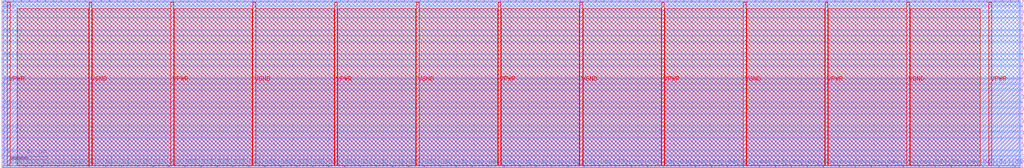
<source format=lef>
VERSION 5.7 ;
  NOWIREEXTENSIONATPIN ON ;
  DIVIDERCHAR "/" ;
  BUSBITCHARS "[]" ;
MACRO RAM32_1RW1R
  CLASS BLOCK ;
  FOREIGN RAM32_1RW1R ;
  ORIGIN 0.000 0.000 ;
  SIZE 1123.780 BY 185.440 ;
  PIN A0[0]
    DIRECTION INPUT ;
    USE SIGNAL ;
    PORT
      LAYER met3 ;
        RECT 1121.780 125.160 1123.780 125.760 ;
    END
  END A0[0]
  PIN A0[1]
    DIRECTION INPUT ;
    USE SIGNAL ;
    PORT
      LAYER met3 ;
        RECT 1121.780 138.760 1123.780 139.360 ;
    END
  END A0[1]
  PIN A0[2]
    DIRECTION INPUT ;
    USE SIGNAL ;
    PORT
      LAYER met3 ;
        RECT 1121.780 151.680 1123.780 152.280 ;
    END
  END A0[2]
  PIN A0[3]
    DIRECTION INPUT ;
    USE SIGNAL ;
    PORT
      LAYER met3 ;
        RECT 1121.780 165.280 1123.780 165.880 ;
    END
  END A0[3]
  PIN A0[4]
    DIRECTION INPUT ;
    USE SIGNAL ;
    PORT
      LAYER met3 ;
        RECT 1121.780 178.200 1123.780 178.800 ;
    END
  END A0[4]
  PIN A1[0]
    DIRECTION INPUT ;
    USE SIGNAL ;
    PORT
      LAYER met3 ;
        RECT 0.000 39.480 2.000 40.080 ;
    END
  END A1[0]
  PIN A1[1]
    DIRECTION INPUT ;
    USE SIGNAL ;
    PORT
      LAYER met3 ;
        RECT 0.000 66.000 2.000 66.600 ;
    END
  END A1[1]
  PIN A1[2]
    DIRECTION INPUT ;
    USE SIGNAL ;
    PORT
      LAYER met3 ;
        RECT 0.000 92.520 2.000 93.120 ;
    END
  END A1[2]
  PIN A1[3]
    DIRECTION INPUT ;
    USE SIGNAL ;
    PORT
      LAYER met3 ;
        RECT 0.000 119.040 2.000 119.640 ;
    END
  END A1[3]
  PIN A1[4]
    DIRECTION INPUT ;
    USE SIGNAL ;
    PORT
      LAYER met3 ;
        RECT 0.000 145.560 2.000 146.160 ;
    END
  END A1[4]
  PIN CLK
    DIRECTION INPUT ;
    USE SIGNAL ;
    PORT
      LAYER met3 ;
        RECT 0.000 12.960 2.000 13.560 ;
    END
  END CLK
  PIN Di0[0]
    DIRECTION INPUT ;
    USE SIGNAL ;
    PORT
      LAYER met2 ;
        RECT 8.830 0.000 9.110 2.000 ;
    END
  END Di0[0]
  PIN Di0[10]
    DIRECTION INPUT ;
    USE SIGNAL ;
    PORT
      LAYER met2 ;
        RECT 184.090 0.000 184.370 2.000 ;
    END
  END Di0[10]
  PIN Di0[11]
    DIRECTION INPUT ;
    USE SIGNAL ;
    PORT
      LAYER met2 ;
        RECT 201.570 0.000 201.850 2.000 ;
    END
  END Di0[11]
  PIN Di0[12]
    DIRECTION INPUT ;
    USE SIGNAL ;
    PORT
      LAYER met2 ;
        RECT 219.510 0.000 219.790 2.000 ;
    END
  END Di0[12]
  PIN Di0[13]
    DIRECTION INPUT ;
    USE SIGNAL ;
    PORT
      LAYER met2 ;
        RECT 236.990 0.000 237.270 2.000 ;
    END
  END Di0[13]
  PIN Di0[14]
    DIRECTION INPUT ;
    USE SIGNAL ;
    PORT
      LAYER met2 ;
        RECT 254.470 0.000 254.750 2.000 ;
    END
  END Di0[14]
  PIN Di0[15]
    DIRECTION INPUT ;
    USE SIGNAL ;
    PORT
      LAYER met2 ;
        RECT 271.950 0.000 272.230 2.000 ;
    END
  END Di0[15]
  PIN Di0[16]
    DIRECTION INPUT ;
    USE SIGNAL ;
    PORT
      LAYER met2 ;
        RECT 289.430 0.000 289.710 2.000 ;
    END
  END Di0[16]
  PIN Di0[17]
    DIRECTION INPUT ;
    USE SIGNAL ;
    PORT
      LAYER met2 ;
        RECT 306.910 0.000 307.190 2.000 ;
    END
  END Di0[17]
  PIN Di0[18]
    DIRECTION INPUT ;
    USE SIGNAL ;
    PORT
      LAYER met2 ;
        RECT 324.850 0.000 325.130 2.000 ;
    END
  END Di0[18]
  PIN Di0[19]
    DIRECTION INPUT ;
    USE SIGNAL ;
    PORT
      LAYER met2 ;
        RECT 342.330 0.000 342.610 2.000 ;
    END
  END Di0[19]
  PIN Di0[1]
    DIRECTION INPUT ;
    USE SIGNAL ;
    PORT
      LAYER met2 ;
        RECT 26.310 0.000 26.590 2.000 ;
    END
  END Di0[1]
  PIN Di0[20]
    DIRECTION INPUT ;
    USE SIGNAL ;
    PORT
      LAYER met2 ;
        RECT 359.810 0.000 360.090 2.000 ;
    END
  END Di0[20]
  PIN Di0[21]
    DIRECTION INPUT ;
    USE SIGNAL ;
    PORT
      LAYER met2 ;
        RECT 377.290 0.000 377.570 2.000 ;
    END
  END Di0[21]
  PIN Di0[22]
    DIRECTION INPUT ;
    USE SIGNAL ;
    PORT
      LAYER met2 ;
        RECT 394.770 0.000 395.050 2.000 ;
    END
  END Di0[22]
  PIN Di0[23]
    DIRECTION INPUT ;
    USE SIGNAL ;
    PORT
      LAYER met2 ;
        RECT 412.250 0.000 412.530 2.000 ;
    END
  END Di0[23]
  PIN Di0[24]
    DIRECTION INPUT ;
    USE SIGNAL ;
    PORT
      LAYER met2 ;
        RECT 430.190 0.000 430.470 2.000 ;
    END
  END Di0[24]
  PIN Di0[25]
    DIRECTION INPUT ;
    USE SIGNAL ;
    PORT
      LAYER met2 ;
        RECT 447.670 0.000 447.950 2.000 ;
    END
  END Di0[25]
  PIN Di0[26]
    DIRECTION INPUT ;
    USE SIGNAL ;
    PORT
      LAYER met2 ;
        RECT 465.150 0.000 465.430 2.000 ;
    END
  END Di0[26]
  PIN Di0[27]
    DIRECTION INPUT ;
    USE SIGNAL ;
    PORT
      LAYER met2 ;
        RECT 482.630 0.000 482.910 2.000 ;
    END
  END Di0[27]
  PIN Di0[28]
    DIRECTION INPUT ;
    USE SIGNAL ;
    PORT
      LAYER met2 ;
        RECT 500.110 0.000 500.390 2.000 ;
    END
  END Di0[28]
  PIN Di0[29]
    DIRECTION INPUT ;
    USE SIGNAL ;
    PORT
      LAYER met2 ;
        RECT 517.590 0.000 517.870 2.000 ;
    END
  END Di0[29]
  PIN Di0[2]
    DIRECTION INPUT ;
    USE SIGNAL ;
    PORT
      LAYER met2 ;
        RECT 43.790 0.000 44.070 2.000 ;
    END
  END Di0[2]
  PIN Di0[30]
    DIRECTION INPUT ;
    USE SIGNAL ;
    PORT
      LAYER met2 ;
        RECT 535.530 0.000 535.810 2.000 ;
    END
  END Di0[30]
  PIN Di0[31]
    DIRECTION INPUT ;
    USE SIGNAL ;
    PORT
      LAYER met2 ;
        RECT 553.010 0.000 553.290 2.000 ;
    END
  END Di0[31]
  PIN Di0[32]
    DIRECTION INPUT ;
    USE SIGNAL ;
    PORT
      LAYER met2 ;
        RECT 570.490 0.000 570.770 2.000 ;
    END
  END Di0[32]
  PIN Di0[33]
    DIRECTION INPUT ;
    USE SIGNAL ;
    PORT
      LAYER met2 ;
        RECT 587.970 0.000 588.250 2.000 ;
    END
  END Di0[33]
  PIN Di0[34]
    DIRECTION INPUT ;
    USE SIGNAL ;
    PORT
      LAYER met2 ;
        RECT 605.450 0.000 605.730 2.000 ;
    END
  END Di0[34]
  PIN Di0[35]
    DIRECTION INPUT ;
    USE SIGNAL ;
    PORT
      LAYER met2 ;
        RECT 623.390 0.000 623.670 2.000 ;
    END
  END Di0[35]
  PIN Di0[36]
    DIRECTION INPUT ;
    USE SIGNAL ;
    PORT
      LAYER met2 ;
        RECT 640.870 0.000 641.150 2.000 ;
    END
  END Di0[36]
  PIN Di0[37]
    DIRECTION INPUT ;
    USE SIGNAL ;
    PORT
      LAYER met2 ;
        RECT 658.350 0.000 658.630 2.000 ;
    END
  END Di0[37]
  PIN Di0[38]
    DIRECTION INPUT ;
    USE SIGNAL ;
    PORT
      LAYER met2 ;
        RECT 675.830 0.000 676.110 2.000 ;
    END
  END Di0[38]
  PIN Di0[39]
    DIRECTION INPUT ;
    USE SIGNAL ;
    PORT
      LAYER met2 ;
        RECT 693.310 0.000 693.590 2.000 ;
    END
  END Di0[39]
  PIN Di0[3]
    DIRECTION INPUT ;
    USE SIGNAL ;
    PORT
      LAYER met2 ;
        RECT 61.270 0.000 61.550 2.000 ;
    END
  END Di0[3]
  PIN Di0[40]
    DIRECTION INPUT ;
    USE SIGNAL ;
    PORT
      LAYER met2 ;
        RECT 710.790 0.000 711.070 2.000 ;
    END
  END Di0[40]
  PIN Di0[41]
    DIRECTION INPUT ;
    USE SIGNAL ;
    PORT
      LAYER met2 ;
        RECT 728.730 0.000 729.010 2.000 ;
    END
  END Di0[41]
  PIN Di0[42]
    DIRECTION INPUT ;
    USE SIGNAL ;
    PORT
      LAYER met2 ;
        RECT 746.210 0.000 746.490 2.000 ;
    END
  END Di0[42]
  PIN Di0[43]
    DIRECTION INPUT ;
    USE SIGNAL ;
    PORT
      LAYER met2 ;
        RECT 763.690 0.000 763.970 2.000 ;
    END
  END Di0[43]
  PIN Di0[44]
    DIRECTION INPUT ;
    USE SIGNAL ;
    PORT
      LAYER met2 ;
        RECT 781.170 0.000 781.450 2.000 ;
    END
  END Di0[44]
  PIN Di0[45]
    DIRECTION INPUT ;
    USE SIGNAL ;
    PORT
      LAYER met2 ;
        RECT 798.650 0.000 798.930 2.000 ;
    END
  END Di0[45]
  PIN Di0[46]
    DIRECTION INPUT ;
    USE SIGNAL ;
    PORT
      LAYER met2 ;
        RECT 816.130 0.000 816.410 2.000 ;
    END
  END Di0[46]
  PIN Di0[47]
    DIRECTION INPUT ;
    USE SIGNAL ;
    PORT
      LAYER met2 ;
        RECT 834.070 0.000 834.350 2.000 ;
    END
  END Di0[47]
  PIN Di0[48]
    DIRECTION INPUT ;
    USE SIGNAL ;
    PORT
      LAYER met2 ;
        RECT 851.550 0.000 851.830 2.000 ;
    END
  END Di0[48]
  PIN Di0[49]
    DIRECTION INPUT ;
    USE SIGNAL ;
    PORT
      LAYER met2 ;
        RECT 869.030 0.000 869.310 2.000 ;
    END
  END Di0[49]
  PIN Di0[4]
    DIRECTION INPUT ;
    USE SIGNAL ;
    PORT
      LAYER met2 ;
        RECT 78.750 0.000 79.030 2.000 ;
    END
  END Di0[4]
  PIN Di0[50]
    DIRECTION INPUT ;
    USE SIGNAL ;
    PORT
      LAYER met2 ;
        RECT 886.510 0.000 886.790 2.000 ;
    END
  END Di0[50]
  PIN Di0[51]
    DIRECTION INPUT ;
    USE SIGNAL ;
    PORT
      LAYER met2 ;
        RECT 903.990 0.000 904.270 2.000 ;
    END
  END Di0[51]
  PIN Di0[52]
    DIRECTION INPUT ;
    USE SIGNAL ;
    PORT
      LAYER met2 ;
        RECT 921.470 0.000 921.750 2.000 ;
    END
  END Di0[52]
  PIN Di0[53]
    DIRECTION INPUT ;
    USE SIGNAL ;
    PORT
      LAYER met2 ;
        RECT 939.410 0.000 939.690 2.000 ;
    END
  END Di0[53]
  PIN Di0[54]
    DIRECTION INPUT ;
    USE SIGNAL ;
    PORT
      LAYER met2 ;
        RECT 956.890 0.000 957.170 2.000 ;
    END
  END Di0[54]
  PIN Di0[55]
    DIRECTION INPUT ;
    USE SIGNAL ;
    PORT
      LAYER met2 ;
        RECT 974.370 0.000 974.650 2.000 ;
    END
  END Di0[55]
  PIN Di0[56]
    DIRECTION INPUT ;
    USE SIGNAL ;
    PORT
      LAYER met2 ;
        RECT 991.850 0.000 992.130 2.000 ;
    END
  END Di0[56]
  PIN Di0[57]
    DIRECTION INPUT ;
    USE SIGNAL ;
    PORT
      LAYER met2 ;
        RECT 1009.330 0.000 1009.610 2.000 ;
    END
  END Di0[57]
  PIN Di0[58]
    DIRECTION INPUT ;
    USE SIGNAL ;
    PORT
      LAYER met2 ;
        RECT 1026.810 0.000 1027.090 2.000 ;
    END
  END Di0[58]
  PIN Di0[59]
    DIRECTION INPUT ;
    USE SIGNAL ;
    PORT
      LAYER met2 ;
        RECT 1044.750 0.000 1045.030 2.000 ;
    END
  END Di0[59]
  PIN Di0[5]
    DIRECTION INPUT ;
    USE SIGNAL ;
    PORT
      LAYER met2 ;
        RECT 96.230 0.000 96.510 2.000 ;
    END
  END Di0[5]
  PIN Di0[60]
    DIRECTION INPUT ;
    USE SIGNAL ;
    PORT
      LAYER met2 ;
        RECT 1062.230 0.000 1062.510 2.000 ;
    END
  END Di0[60]
  PIN Di0[61]
    DIRECTION INPUT ;
    USE SIGNAL ;
    PORT
      LAYER met2 ;
        RECT 1079.710 0.000 1079.990 2.000 ;
    END
  END Di0[61]
  PIN Di0[62]
    DIRECTION INPUT ;
    USE SIGNAL ;
    PORT
      LAYER met2 ;
        RECT 1097.190 0.000 1097.470 2.000 ;
    END
  END Di0[62]
  PIN Di0[63]
    DIRECTION INPUT ;
    USE SIGNAL ;
    PORT
      LAYER met2 ;
        RECT 1114.670 0.000 1114.950 2.000 ;
    END
  END Di0[63]
  PIN Di0[6]
    DIRECTION INPUT ;
    USE SIGNAL ;
    PORT
      LAYER met2 ;
        RECT 114.170 0.000 114.450 2.000 ;
    END
  END Di0[6]
  PIN Di0[7]
    DIRECTION INPUT ;
    USE SIGNAL ;
    PORT
      LAYER met2 ;
        RECT 131.650 0.000 131.930 2.000 ;
    END
  END Di0[7]
  PIN Di0[8]
    DIRECTION INPUT ;
    USE SIGNAL ;
    PORT
      LAYER met2 ;
        RECT 149.130 0.000 149.410 2.000 ;
    END
  END Di0[8]
  PIN Di0[9]
    DIRECTION INPUT ;
    USE SIGNAL ;
    PORT
      LAYER met2 ;
        RECT 166.610 0.000 166.890 2.000 ;
    END
  END Di0[9]
  PIN Do0[0]
    DIRECTION OUTPUT TRISTATE ;
    USE SIGNAL ;
    PORT
      LAYER met2 ;
        RECT 4.230 183.440 4.510 185.440 ;
    END
  END Do0[0]
  PIN Do0[10]
    DIRECTION OUTPUT TRISTATE ;
    USE SIGNAL ;
    PORT
      LAYER met2 ;
        RECT 91.630 183.440 91.910 185.440 ;
    END
  END Do0[10]
  PIN Do0[11]
    DIRECTION OUTPUT TRISTATE ;
    USE SIGNAL ;
    PORT
      LAYER met2 ;
        RECT 109.570 183.440 109.850 185.440 ;
    END
  END Do0[11]
  PIN Do0[12]
    DIRECTION OUTPUT TRISTATE ;
    USE SIGNAL ;
    PORT
      LAYER met2 ;
        RECT 127.050 183.440 127.330 185.440 ;
    END
  END Do0[12]
  PIN Do0[13]
    DIRECTION OUTPUT TRISTATE ;
    USE SIGNAL ;
    PORT
      LAYER met2 ;
        RECT 144.530 183.440 144.810 185.440 ;
    END
  END Do0[13]
  PIN Do0[14]
    DIRECTION OUTPUT TRISTATE ;
    USE SIGNAL ;
    PORT
      LAYER met2 ;
        RECT 162.010 183.440 162.290 185.440 ;
    END
  END Do0[14]
  PIN Do0[15]
    DIRECTION OUTPUT TRISTATE ;
    USE SIGNAL ;
    PORT
      LAYER met2 ;
        RECT 179.490 183.440 179.770 185.440 ;
    END
  END Do0[15]
  PIN Do0[16]
    DIRECTION OUTPUT TRISTATE ;
    USE SIGNAL ;
    PORT
      LAYER met2 ;
        RECT 196.970 183.440 197.250 185.440 ;
    END
  END Do0[16]
  PIN Do0[17]
    DIRECTION OUTPUT TRISTATE ;
    USE SIGNAL ;
    PORT
      LAYER met2 ;
        RECT 214.910 183.440 215.190 185.440 ;
    END
  END Do0[17]
  PIN Do0[18]
    DIRECTION OUTPUT TRISTATE ;
    USE SIGNAL ;
    PORT
      LAYER met2 ;
        RECT 232.390 183.440 232.670 185.440 ;
    END
  END Do0[18]
  PIN Do0[19]
    DIRECTION OUTPUT TRISTATE ;
    USE SIGNAL ;
    PORT
      LAYER met2 ;
        RECT 249.870 183.440 250.150 185.440 ;
    END
  END Do0[19]
  PIN Do0[1]
    DIRECTION OUTPUT TRISTATE ;
    USE SIGNAL ;
    PORT
      LAYER met2 ;
        RECT 12.970 183.440 13.250 185.440 ;
    END
  END Do0[1]
  PIN Do0[20]
    DIRECTION OUTPUT TRISTATE ;
    USE SIGNAL ;
    PORT
      LAYER met2 ;
        RECT 267.350 183.440 267.630 185.440 ;
    END
  END Do0[20]
  PIN Do0[21]
    DIRECTION OUTPUT TRISTATE ;
    USE SIGNAL ;
    PORT
      LAYER met2 ;
        RECT 276.090 183.440 276.370 185.440 ;
    END
  END Do0[21]
  PIN Do0[22]
    DIRECTION OUTPUT TRISTATE ;
    USE SIGNAL ;
    PORT
      LAYER met2 ;
        RECT 284.830 183.440 285.110 185.440 ;
    END
  END Do0[22]
  PIN Do0[23]
    DIRECTION OUTPUT TRISTATE ;
    USE SIGNAL ;
    PORT
      LAYER met2 ;
        RECT 293.570 183.440 293.850 185.440 ;
    END
  END Do0[23]
  PIN Do0[24]
    DIRECTION OUTPUT TRISTATE ;
    USE SIGNAL ;
    PORT
      LAYER met2 ;
        RECT 302.310 183.440 302.590 185.440 ;
    END
  END Do0[24]
  PIN Do0[25]
    DIRECTION OUTPUT TRISTATE ;
    USE SIGNAL ;
    PORT
      LAYER met2 ;
        RECT 311.510 183.440 311.790 185.440 ;
    END
  END Do0[25]
  PIN Do0[26]
    DIRECTION OUTPUT TRISTATE ;
    USE SIGNAL ;
    PORT
      LAYER met2 ;
        RECT 320.250 183.440 320.530 185.440 ;
    END
  END Do0[26]
  PIN Do0[27]
    DIRECTION OUTPUT TRISTATE ;
    USE SIGNAL ;
    PORT
      LAYER met2 ;
        RECT 328.990 183.440 329.270 185.440 ;
    END
  END Do0[27]
  PIN Do0[28]
    DIRECTION OUTPUT TRISTATE ;
    USE SIGNAL ;
    PORT
      LAYER met2 ;
        RECT 337.730 183.440 338.010 185.440 ;
    END
  END Do0[28]
  PIN Do0[29]
    DIRECTION OUTPUT TRISTATE ;
    USE SIGNAL ;
    PORT
      LAYER met2 ;
        RECT 346.470 183.440 346.750 185.440 ;
    END
  END Do0[29]
  PIN Do0[2]
    DIRECTION OUTPUT TRISTATE ;
    USE SIGNAL ;
    PORT
      LAYER met2 ;
        RECT 21.710 183.440 21.990 185.440 ;
    END
  END Do0[2]
  PIN Do0[30]
    DIRECTION OUTPUT TRISTATE ;
    USE SIGNAL ;
    PORT
      LAYER met2 ;
        RECT 355.210 183.440 355.490 185.440 ;
    END
  END Do0[30]
  PIN Do0[31]
    DIRECTION OUTPUT TRISTATE ;
    USE SIGNAL ;
    PORT
      LAYER met2 ;
        RECT 363.950 183.440 364.230 185.440 ;
    END
  END Do0[31]
  PIN Do0[32]
    DIRECTION OUTPUT TRISTATE ;
    USE SIGNAL ;
    PORT
      LAYER met2 ;
        RECT 372.690 183.440 372.970 185.440 ;
    END
  END Do0[32]
  PIN Do0[33]
    DIRECTION OUTPUT TRISTATE ;
    USE SIGNAL ;
    PORT
      LAYER met2 ;
        RECT 381.430 183.440 381.710 185.440 ;
    END
  END Do0[33]
  PIN Do0[34]
    DIRECTION OUTPUT TRISTATE ;
    USE SIGNAL ;
    PORT
      LAYER met2 ;
        RECT 390.170 183.440 390.450 185.440 ;
    END
  END Do0[34]
  PIN Do0[35]
    DIRECTION OUTPUT TRISTATE ;
    USE SIGNAL ;
    PORT
      LAYER met2 ;
        RECT 398.910 183.440 399.190 185.440 ;
    END
  END Do0[35]
  PIN Do0[36]
    DIRECTION OUTPUT TRISTATE ;
    USE SIGNAL ;
    PORT
      LAYER met2 ;
        RECT 407.650 183.440 407.930 185.440 ;
    END
  END Do0[36]
  PIN Do0[37]
    DIRECTION OUTPUT TRISTATE ;
    USE SIGNAL ;
    PORT
      LAYER met2 ;
        RECT 416.850 183.440 417.130 185.440 ;
    END
  END Do0[37]
  PIN Do0[38]
    DIRECTION OUTPUT TRISTATE ;
    USE SIGNAL ;
    PORT
      LAYER met2 ;
        RECT 425.590 183.440 425.870 185.440 ;
    END
  END Do0[38]
  PIN Do0[39]
    DIRECTION OUTPUT TRISTATE ;
    USE SIGNAL ;
    PORT
      LAYER met2 ;
        RECT 434.330 183.440 434.610 185.440 ;
    END
  END Do0[39]
  PIN Do0[3]
    DIRECTION OUTPUT TRISTATE ;
    USE SIGNAL ;
    PORT
      LAYER met2 ;
        RECT 30.450 183.440 30.730 185.440 ;
    END
  END Do0[3]
  PIN Do0[40]
    DIRECTION OUTPUT TRISTATE ;
    USE SIGNAL ;
    PORT
      LAYER met2 ;
        RECT 443.070 183.440 443.350 185.440 ;
    END
  END Do0[40]
  PIN Do0[41]
    DIRECTION OUTPUT TRISTATE ;
    USE SIGNAL ;
    PORT
      LAYER met2 ;
        RECT 451.810 183.440 452.090 185.440 ;
    END
  END Do0[41]
  PIN Do0[42]
    DIRECTION OUTPUT TRISTATE ;
    USE SIGNAL ;
    PORT
      LAYER met2 ;
        RECT 460.550 183.440 460.830 185.440 ;
    END
  END Do0[42]
  PIN Do0[43]
    DIRECTION OUTPUT TRISTATE ;
    USE SIGNAL ;
    PORT
      LAYER met2 ;
        RECT 469.290 183.440 469.570 185.440 ;
    END
  END Do0[43]
  PIN Do0[44]
    DIRECTION OUTPUT TRISTATE ;
    USE SIGNAL ;
    PORT
      LAYER met2 ;
        RECT 478.030 183.440 478.310 185.440 ;
    END
  END Do0[44]
  PIN Do0[45]
    DIRECTION OUTPUT TRISTATE ;
    USE SIGNAL ;
    PORT
      LAYER met2 ;
        RECT 486.770 183.440 487.050 185.440 ;
    END
  END Do0[45]
  PIN Do0[46]
    DIRECTION OUTPUT TRISTATE ;
    USE SIGNAL ;
    PORT
      LAYER met2 ;
        RECT 495.510 183.440 495.790 185.440 ;
    END
  END Do0[46]
  PIN Do0[47]
    DIRECTION OUTPUT TRISTATE ;
    USE SIGNAL ;
    PORT
      LAYER met2 ;
        RECT 504.250 183.440 504.530 185.440 ;
    END
  END Do0[47]
  PIN Do0[48]
    DIRECTION OUTPUT TRISTATE ;
    USE SIGNAL ;
    PORT
      LAYER met2 ;
        RECT 512.990 183.440 513.270 185.440 ;
    END
  END Do0[48]
  PIN Do0[49]
    DIRECTION OUTPUT TRISTATE ;
    USE SIGNAL ;
    PORT
      LAYER met2 ;
        RECT 522.190 183.440 522.470 185.440 ;
    END
  END Do0[49]
  PIN Do0[4]
    DIRECTION OUTPUT TRISTATE ;
    USE SIGNAL ;
    PORT
      LAYER met2 ;
        RECT 39.190 183.440 39.470 185.440 ;
    END
  END Do0[4]
  PIN Do0[50]
    DIRECTION OUTPUT TRISTATE ;
    USE SIGNAL ;
    PORT
      LAYER met2 ;
        RECT 530.930 183.440 531.210 185.440 ;
    END
  END Do0[50]
  PIN Do0[51]
    DIRECTION OUTPUT TRISTATE ;
    USE SIGNAL ;
    PORT
      LAYER met2 ;
        RECT 539.670 183.440 539.950 185.440 ;
    END
  END Do0[51]
  PIN Do0[52]
    DIRECTION OUTPUT TRISTATE ;
    USE SIGNAL ;
    PORT
      LAYER met2 ;
        RECT 548.410 183.440 548.690 185.440 ;
    END
  END Do0[52]
  PIN Do0[53]
    DIRECTION OUTPUT TRISTATE ;
    USE SIGNAL ;
    PORT
      LAYER met2 ;
        RECT 557.150 183.440 557.430 185.440 ;
    END
  END Do0[53]
  PIN Do0[54]
    DIRECTION OUTPUT TRISTATE ;
    USE SIGNAL ;
    PORT
      LAYER met2 ;
        RECT 565.890 183.440 566.170 185.440 ;
    END
  END Do0[54]
  PIN Do0[55]
    DIRECTION OUTPUT TRISTATE ;
    USE SIGNAL ;
    PORT
      LAYER met2 ;
        RECT 574.630 183.440 574.910 185.440 ;
    END
  END Do0[55]
  PIN Do0[56]
    DIRECTION OUTPUT TRISTATE ;
    USE SIGNAL ;
    PORT
      LAYER met2 ;
        RECT 583.370 183.440 583.650 185.440 ;
    END
  END Do0[56]
  PIN Do0[57]
    DIRECTION OUTPUT TRISTATE ;
    USE SIGNAL ;
    PORT
      LAYER met2 ;
        RECT 592.110 183.440 592.390 185.440 ;
    END
  END Do0[57]
  PIN Do0[58]
    DIRECTION OUTPUT TRISTATE ;
    USE SIGNAL ;
    PORT
      LAYER met2 ;
        RECT 600.850 183.440 601.130 185.440 ;
    END
  END Do0[58]
  PIN Do0[59]
    DIRECTION OUTPUT TRISTATE ;
    USE SIGNAL ;
    PORT
      LAYER met2 ;
        RECT 609.590 183.440 609.870 185.440 ;
    END
  END Do0[59]
  PIN Do0[5]
    DIRECTION OUTPUT TRISTATE ;
    USE SIGNAL ;
    PORT
      LAYER met2 ;
        RECT 47.930 183.440 48.210 185.440 ;
    END
  END Do0[5]
  PIN Do0[60]
    DIRECTION OUTPUT TRISTATE ;
    USE SIGNAL ;
    PORT
      LAYER met2 ;
        RECT 618.790 183.440 619.070 185.440 ;
    END
  END Do0[60]
  PIN Do0[61]
    DIRECTION OUTPUT TRISTATE ;
    USE SIGNAL ;
    PORT
      LAYER met2 ;
        RECT 627.530 183.440 627.810 185.440 ;
    END
  END Do0[61]
  PIN Do0[62]
    DIRECTION OUTPUT TRISTATE ;
    USE SIGNAL ;
    PORT
      LAYER met2 ;
        RECT 636.270 183.440 636.550 185.440 ;
    END
  END Do0[62]
  PIN Do0[63]
    DIRECTION OUTPUT TRISTATE ;
    USE SIGNAL ;
    PORT
      LAYER met2 ;
        RECT 645.010 183.440 645.290 185.440 ;
    END
  END Do0[63]
  PIN Do0[6]
    DIRECTION OUTPUT TRISTATE ;
    USE SIGNAL ;
    PORT
      LAYER met2 ;
        RECT 56.670 183.440 56.950 185.440 ;
    END
  END Do0[6]
  PIN Do0[7]
    DIRECTION OUTPUT TRISTATE ;
    USE SIGNAL ;
    PORT
      LAYER met2 ;
        RECT 65.410 183.440 65.690 185.440 ;
    END
  END Do0[7]
  PIN Do0[8]
    DIRECTION OUTPUT TRISTATE ;
    USE SIGNAL ;
    PORT
      LAYER met2 ;
        RECT 74.150 183.440 74.430 185.440 ;
    END
  END Do0[8]
  PIN Do0[9]
    DIRECTION OUTPUT TRISTATE ;
    USE SIGNAL ;
    PORT
      LAYER met2 ;
        RECT 82.890 183.440 83.170 185.440 ;
    END
  END Do0[9]
  PIN Do1[0]
    DIRECTION OUTPUT TRISTATE ;
    USE SIGNAL ;
    PORT
      LAYER met2 ;
        RECT 100.370 183.440 100.650 185.440 ;
    END
  END Do1[0]
  PIN Do1[10]
    DIRECTION OUTPUT TRISTATE ;
    USE SIGNAL ;
    PORT
      LAYER met2 ;
        RECT 653.750 183.440 654.030 185.440 ;
    END
  END Do1[10]
  PIN Do1[11]
    DIRECTION OUTPUT TRISTATE ;
    USE SIGNAL ;
    PORT
      LAYER met2 ;
        RECT 662.490 183.440 662.770 185.440 ;
    END
  END Do1[11]
  PIN Do1[12]
    DIRECTION OUTPUT TRISTATE ;
    USE SIGNAL ;
    PORT
      LAYER met2 ;
        RECT 671.230 183.440 671.510 185.440 ;
    END
  END Do1[12]
  PIN Do1[13]
    DIRECTION OUTPUT TRISTATE ;
    USE SIGNAL ;
    PORT
      LAYER met2 ;
        RECT 679.970 183.440 680.250 185.440 ;
    END
  END Do1[13]
  PIN Do1[14]
    DIRECTION OUTPUT TRISTATE ;
    USE SIGNAL ;
    PORT
      LAYER met2 ;
        RECT 688.710 183.440 688.990 185.440 ;
    END
  END Do1[14]
  PIN Do1[15]
    DIRECTION OUTPUT TRISTATE ;
    USE SIGNAL ;
    PORT
      LAYER met2 ;
        RECT 697.450 183.440 697.730 185.440 ;
    END
  END Do1[15]
  PIN Do1[16]
    DIRECTION OUTPUT TRISTATE ;
    USE SIGNAL ;
    PORT
      LAYER met2 ;
        RECT 706.190 183.440 706.470 185.440 ;
    END
  END Do1[16]
  PIN Do1[17]
    DIRECTION OUTPUT TRISTATE ;
    USE SIGNAL ;
    PORT
      LAYER met2 ;
        RECT 714.930 183.440 715.210 185.440 ;
    END
  END Do1[17]
  PIN Do1[18]
    DIRECTION OUTPUT TRISTATE ;
    USE SIGNAL ;
    PORT
      LAYER met2 ;
        RECT 724.130 183.440 724.410 185.440 ;
    END
  END Do1[18]
  PIN Do1[19]
    DIRECTION OUTPUT TRISTATE ;
    USE SIGNAL ;
    PORT
      LAYER met2 ;
        RECT 732.870 183.440 733.150 185.440 ;
    END
  END Do1[19]
  PIN Do1[1]
    DIRECTION OUTPUT TRISTATE ;
    USE SIGNAL ;
    PORT
      LAYER met2 ;
        RECT 118.310 183.440 118.590 185.440 ;
    END
  END Do1[1]
  PIN Do1[20]
    DIRECTION OUTPUT TRISTATE ;
    USE SIGNAL ;
    PORT
      LAYER met2 ;
        RECT 741.610 183.440 741.890 185.440 ;
    END
  END Do1[20]
  PIN Do1[21]
    DIRECTION OUTPUT TRISTATE ;
    USE SIGNAL ;
    PORT
      LAYER met2 ;
        RECT 750.350 183.440 750.630 185.440 ;
    END
  END Do1[21]
  PIN Do1[22]
    DIRECTION OUTPUT TRISTATE ;
    USE SIGNAL ;
    PORT
      LAYER met2 ;
        RECT 759.090 183.440 759.370 185.440 ;
    END
  END Do1[22]
  PIN Do1[23]
    DIRECTION OUTPUT TRISTATE ;
    USE SIGNAL ;
    PORT
      LAYER met2 ;
        RECT 767.830 183.440 768.110 185.440 ;
    END
  END Do1[23]
  PIN Do1[24]
    DIRECTION OUTPUT TRISTATE ;
    USE SIGNAL ;
    PORT
      LAYER met2 ;
        RECT 776.570 183.440 776.850 185.440 ;
    END
  END Do1[24]
  PIN Do1[25]
    DIRECTION OUTPUT TRISTATE ;
    USE SIGNAL ;
    PORT
      LAYER met2 ;
        RECT 785.310 183.440 785.590 185.440 ;
    END
  END Do1[25]
  PIN Do1[26]
    DIRECTION OUTPUT TRISTATE ;
    USE SIGNAL ;
    PORT
      LAYER met2 ;
        RECT 794.050 183.440 794.330 185.440 ;
    END
  END Do1[26]
  PIN Do1[27]
    DIRECTION OUTPUT TRISTATE ;
    USE SIGNAL ;
    PORT
      LAYER met2 ;
        RECT 802.790 183.440 803.070 185.440 ;
    END
  END Do1[27]
  PIN Do1[28]
    DIRECTION OUTPUT TRISTATE ;
    USE SIGNAL ;
    PORT
      LAYER met2 ;
        RECT 811.530 183.440 811.810 185.440 ;
    END
  END Do1[28]
  PIN Do1[29]
    DIRECTION OUTPUT TRISTATE ;
    USE SIGNAL ;
    PORT
      LAYER met2 ;
        RECT 820.270 183.440 820.550 185.440 ;
    END
  END Do1[29]
  PIN Do1[2]
    DIRECTION OUTPUT TRISTATE ;
    USE SIGNAL ;
    PORT
      LAYER met2 ;
        RECT 135.790 183.440 136.070 185.440 ;
    END
  END Do1[2]
  PIN Do1[30]
    DIRECTION OUTPUT TRISTATE ;
    USE SIGNAL ;
    PORT
      LAYER met2 ;
        RECT 829.470 183.440 829.750 185.440 ;
    END
  END Do1[30]
  PIN Do1[31]
    DIRECTION OUTPUT TRISTATE ;
    USE SIGNAL ;
    PORT
      LAYER met2 ;
        RECT 838.210 183.440 838.490 185.440 ;
    END
  END Do1[31]
  PIN Do1[32]
    DIRECTION OUTPUT TRISTATE ;
    USE SIGNAL ;
    PORT
      LAYER met2 ;
        RECT 846.950 183.440 847.230 185.440 ;
    END
  END Do1[32]
  PIN Do1[33]
    DIRECTION OUTPUT TRISTATE ;
    USE SIGNAL ;
    PORT
      LAYER met2 ;
        RECT 855.690 183.440 855.970 185.440 ;
    END
  END Do1[33]
  PIN Do1[34]
    DIRECTION OUTPUT TRISTATE ;
    USE SIGNAL ;
    PORT
      LAYER met2 ;
        RECT 864.430 183.440 864.710 185.440 ;
    END
  END Do1[34]
  PIN Do1[35]
    DIRECTION OUTPUT TRISTATE ;
    USE SIGNAL ;
    PORT
      LAYER met2 ;
        RECT 873.170 183.440 873.450 185.440 ;
    END
  END Do1[35]
  PIN Do1[36]
    DIRECTION OUTPUT TRISTATE ;
    USE SIGNAL ;
    PORT
      LAYER met2 ;
        RECT 881.910 183.440 882.190 185.440 ;
    END
  END Do1[36]
  PIN Do1[37]
    DIRECTION OUTPUT TRISTATE ;
    USE SIGNAL ;
    PORT
      LAYER met2 ;
        RECT 890.650 183.440 890.930 185.440 ;
    END
  END Do1[37]
  PIN Do1[38]
    DIRECTION OUTPUT TRISTATE ;
    USE SIGNAL ;
    PORT
      LAYER met2 ;
        RECT 899.390 183.440 899.670 185.440 ;
    END
  END Do1[38]
  PIN Do1[39]
    DIRECTION OUTPUT TRISTATE ;
    USE SIGNAL ;
    PORT
      LAYER met2 ;
        RECT 908.130 183.440 908.410 185.440 ;
    END
  END Do1[39]
  PIN Do1[3]
    DIRECTION OUTPUT TRISTATE ;
    USE SIGNAL ;
    PORT
      LAYER met2 ;
        RECT 153.270 183.440 153.550 185.440 ;
    END
  END Do1[3]
  PIN Do1[40]
    DIRECTION OUTPUT TRISTATE ;
    USE SIGNAL ;
    PORT
      LAYER met2 ;
        RECT 916.870 183.440 917.150 185.440 ;
    END
  END Do1[40]
  PIN Do1[41]
    DIRECTION OUTPUT TRISTATE ;
    USE SIGNAL ;
    PORT
      LAYER met2 ;
        RECT 926.070 183.440 926.350 185.440 ;
    END
  END Do1[41]
  PIN Do1[42]
    DIRECTION OUTPUT TRISTATE ;
    USE SIGNAL ;
    PORT
      LAYER met2 ;
        RECT 934.810 183.440 935.090 185.440 ;
    END
  END Do1[42]
  PIN Do1[43]
    DIRECTION OUTPUT TRISTATE ;
    USE SIGNAL ;
    PORT
      LAYER met2 ;
        RECT 943.550 183.440 943.830 185.440 ;
    END
  END Do1[43]
  PIN Do1[44]
    DIRECTION OUTPUT TRISTATE ;
    USE SIGNAL ;
    PORT
      LAYER met2 ;
        RECT 952.290 183.440 952.570 185.440 ;
    END
  END Do1[44]
  PIN Do1[45]
    DIRECTION OUTPUT TRISTATE ;
    USE SIGNAL ;
    PORT
      LAYER met2 ;
        RECT 961.030 183.440 961.310 185.440 ;
    END
  END Do1[45]
  PIN Do1[46]
    DIRECTION OUTPUT TRISTATE ;
    USE SIGNAL ;
    PORT
      LAYER met2 ;
        RECT 969.770 183.440 970.050 185.440 ;
    END
  END Do1[46]
  PIN Do1[47]
    DIRECTION OUTPUT TRISTATE ;
    USE SIGNAL ;
    PORT
      LAYER met2 ;
        RECT 978.510 183.440 978.790 185.440 ;
    END
  END Do1[47]
  PIN Do1[48]
    DIRECTION OUTPUT TRISTATE ;
    USE SIGNAL ;
    PORT
      LAYER met2 ;
        RECT 987.250 183.440 987.530 185.440 ;
    END
  END Do1[48]
  PIN Do1[49]
    DIRECTION OUTPUT TRISTATE ;
    USE SIGNAL ;
    PORT
      LAYER met2 ;
        RECT 995.990 183.440 996.270 185.440 ;
    END
  END Do1[49]
  PIN Do1[4]
    DIRECTION OUTPUT TRISTATE ;
    USE SIGNAL ;
    PORT
      LAYER met2 ;
        RECT 170.750 183.440 171.030 185.440 ;
    END
  END Do1[4]
  PIN Do1[50]
    DIRECTION OUTPUT TRISTATE ;
    USE SIGNAL ;
    PORT
      LAYER met2 ;
        RECT 1004.730 183.440 1005.010 185.440 ;
    END
  END Do1[50]
  PIN Do1[51]
    DIRECTION OUTPUT TRISTATE ;
    USE SIGNAL ;
    PORT
      LAYER met2 ;
        RECT 1013.470 183.440 1013.750 185.440 ;
    END
  END Do1[51]
  PIN Do1[52]
    DIRECTION OUTPUT TRISTATE ;
    USE SIGNAL ;
    PORT
      LAYER met2 ;
        RECT 1022.210 183.440 1022.490 185.440 ;
    END
  END Do1[52]
  PIN Do1[53]
    DIRECTION OUTPUT TRISTATE ;
    USE SIGNAL ;
    PORT
      LAYER met2 ;
        RECT 1031.410 183.440 1031.690 185.440 ;
    END
  END Do1[53]
  PIN Do1[54]
    DIRECTION OUTPUT TRISTATE ;
    USE SIGNAL ;
    PORT
      LAYER met2 ;
        RECT 1040.150 183.440 1040.430 185.440 ;
    END
  END Do1[54]
  PIN Do1[55]
    DIRECTION OUTPUT TRISTATE ;
    USE SIGNAL ;
    PORT
      LAYER met2 ;
        RECT 1048.890 183.440 1049.170 185.440 ;
    END
  END Do1[55]
  PIN Do1[56]
    DIRECTION OUTPUT TRISTATE ;
    USE SIGNAL ;
    PORT
      LAYER met2 ;
        RECT 1057.630 183.440 1057.910 185.440 ;
    END
  END Do1[56]
  PIN Do1[57]
    DIRECTION OUTPUT TRISTATE ;
    USE SIGNAL ;
    PORT
      LAYER met2 ;
        RECT 1066.370 183.440 1066.650 185.440 ;
    END
  END Do1[57]
  PIN Do1[58]
    DIRECTION OUTPUT TRISTATE ;
    USE SIGNAL ;
    PORT
      LAYER met2 ;
        RECT 1075.110 183.440 1075.390 185.440 ;
    END
  END Do1[58]
  PIN Do1[59]
    DIRECTION OUTPUT TRISTATE ;
    USE SIGNAL ;
    PORT
      LAYER met2 ;
        RECT 1083.850 183.440 1084.130 185.440 ;
    END
  END Do1[59]
  PIN Do1[5]
    DIRECTION OUTPUT TRISTATE ;
    USE SIGNAL ;
    PORT
      LAYER met2 ;
        RECT 188.230 183.440 188.510 185.440 ;
    END
  END Do1[5]
  PIN Do1[60]
    DIRECTION OUTPUT TRISTATE ;
    USE SIGNAL ;
    PORT
      LAYER met2 ;
        RECT 1092.590 183.440 1092.870 185.440 ;
    END
  END Do1[60]
  PIN Do1[61]
    DIRECTION OUTPUT TRISTATE ;
    USE SIGNAL ;
    PORT
      LAYER met2 ;
        RECT 1101.330 183.440 1101.610 185.440 ;
    END
  END Do1[61]
  PIN Do1[62]
    DIRECTION OUTPUT TRISTATE ;
    USE SIGNAL ;
    PORT
      LAYER met2 ;
        RECT 1110.070 183.440 1110.350 185.440 ;
    END
  END Do1[62]
  PIN Do1[63]
    DIRECTION OUTPUT TRISTATE ;
    USE SIGNAL ;
    PORT
      LAYER met2 ;
        RECT 1118.810 183.440 1119.090 185.440 ;
    END
  END Do1[63]
  PIN Do1[6]
    DIRECTION OUTPUT TRISTATE ;
    USE SIGNAL ;
    PORT
      LAYER met2 ;
        RECT 205.710 183.440 205.990 185.440 ;
    END
  END Do1[6]
  PIN Do1[7]
    DIRECTION OUTPUT TRISTATE ;
    USE SIGNAL ;
    PORT
      LAYER met2 ;
        RECT 223.650 183.440 223.930 185.440 ;
    END
  END Do1[7]
  PIN Do1[8]
    DIRECTION OUTPUT TRISTATE ;
    USE SIGNAL ;
    PORT
      LAYER met2 ;
        RECT 241.130 183.440 241.410 185.440 ;
    END
  END Do1[8]
  PIN Do1[9]
    DIRECTION OUTPUT TRISTATE ;
    USE SIGNAL ;
    PORT
      LAYER met2 ;
        RECT 258.610 183.440 258.890 185.440 ;
    END
  END Do1[9]
  PIN EN0
    DIRECTION INPUT ;
    USE SIGNAL ;
    PORT
      LAYER met3 ;
        RECT 1121.780 6.160 1123.780 6.760 ;
    END
  END EN0
  PIN EN1
    DIRECTION INPUT ;
    USE SIGNAL ;
    PORT
      LAYER met3 ;
        RECT 0.000 172.080 2.000 172.680 ;
    END
  END EN1
  PIN VGND
    DIRECTION INPUT ;
    USE GROUND ;
    PORT
      LAYER met4 ;
        RECT 96.210 2.480 99.310 182.480 ;
    END
    PORT
      LAYER met4 ;
        RECT 276.210 2.480 279.310 182.480 ;
    END
    PORT
      LAYER met4 ;
        RECT 456.210 2.480 459.310 182.480 ;
    END
    PORT
      LAYER met4 ;
        RECT 636.210 2.480 639.310 182.480 ;
    END
    PORT
      LAYER met4 ;
        RECT 816.210 2.480 819.310 182.480 ;
    END
    PORT
      LAYER met4 ;
        RECT 996.210 2.480 999.310 182.480 ;
    END
  END VGND
  PIN VPWR
    DIRECTION INPUT ;
    USE POWER ;
    PORT
      LAYER met4 ;
        RECT 6.210 2.480 9.310 182.480 ;
    END
    PORT
      LAYER met4 ;
        RECT 186.210 2.480 189.310 182.480 ;
    END
    PORT
      LAYER met4 ;
        RECT 366.210 2.480 369.310 182.480 ;
    END
    PORT
      LAYER met4 ;
        RECT 546.210 2.480 549.310 182.480 ;
    END
    PORT
      LAYER met4 ;
        RECT 726.210 2.480 729.310 182.480 ;
    END
    PORT
      LAYER met4 ;
        RECT 906.210 2.480 909.310 182.480 ;
    END
    PORT
      LAYER met4 ;
        RECT 1086.210 2.480 1089.310 182.480 ;
    END
  END VPWR
  PIN WE0[0]
    DIRECTION INPUT ;
    USE SIGNAL ;
    PORT
      LAYER met3 ;
        RECT 1121.780 19.080 1123.780 19.680 ;
    END
  END WE0[0]
  PIN WE0[1]
    DIRECTION INPUT ;
    USE SIGNAL ;
    PORT
      LAYER met3 ;
        RECT 1121.780 32.680 1123.780 33.280 ;
    END
  END WE0[1]
  PIN WE0[2]
    DIRECTION INPUT ;
    USE SIGNAL ;
    PORT
      LAYER met3 ;
        RECT 1121.780 45.600 1123.780 46.200 ;
    END
  END WE0[2]
  PIN WE0[3]
    DIRECTION INPUT ;
    USE SIGNAL ;
    PORT
      LAYER met3 ;
        RECT 1121.780 59.200 1123.780 59.800 ;
    END
  END WE0[3]
  PIN WE0[4]
    DIRECTION INPUT ;
    USE SIGNAL ;
    PORT
      LAYER met3 ;
        RECT 1121.780 72.120 1123.780 72.720 ;
    END
  END WE0[4]
  PIN WE0[5]
    DIRECTION INPUT ;
    USE SIGNAL ;
    PORT
      LAYER met3 ;
        RECT 1121.780 85.720 1123.780 86.320 ;
    END
  END WE0[5]
  PIN WE0[6]
    DIRECTION INPUT ;
    USE SIGNAL ;
    PORT
      LAYER met3 ;
        RECT 1121.780 98.640 1123.780 99.240 ;
    END
  END WE0[6]
  PIN WE0[7]
    DIRECTION INPUT ;
    USE SIGNAL ;
    PORT
      LAYER met3 ;
        RECT 1121.780 112.240 1123.780 112.840 ;
    END
  END WE0[7]
  OBS
      LAYER li1 ;
        RECT 2.760 2.635 1121.020 98.005 ;
      LAYER met1 ;
        RECT 0.990 0.380 1121.020 184.240 ;
      LAYER met2 ;
        RECT 1.020 183.160 3.950 184.270 ;
        RECT 4.790 183.160 12.690 184.270 ;
        RECT 13.530 183.160 21.430 184.270 ;
        RECT 22.270 183.160 30.170 184.270 ;
        RECT 31.010 183.160 38.910 184.270 ;
        RECT 39.750 183.160 47.650 184.270 ;
        RECT 48.490 183.160 56.390 184.270 ;
        RECT 57.230 183.160 65.130 184.270 ;
        RECT 65.970 183.160 73.870 184.270 ;
        RECT 74.710 183.160 82.610 184.270 ;
        RECT 83.450 183.160 91.350 184.270 ;
        RECT 92.190 183.160 100.090 184.270 ;
        RECT 100.930 183.160 109.290 184.270 ;
        RECT 110.130 183.160 118.030 184.270 ;
        RECT 118.870 183.160 126.770 184.270 ;
        RECT 127.610 183.160 135.510 184.270 ;
        RECT 136.350 183.160 144.250 184.270 ;
        RECT 145.090 183.160 152.990 184.270 ;
        RECT 153.830 183.160 161.730 184.270 ;
        RECT 162.570 183.160 170.470 184.270 ;
        RECT 171.310 183.160 179.210 184.270 ;
        RECT 180.050 183.160 187.950 184.270 ;
        RECT 188.790 183.160 196.690 184.270 ;
        RECT 197.530 183.160 205.430 184.270 ;
        RECT 206.270 183.160 214.630 184.270 ;
        RECT 215.470 183.160 223.370 184.270 ;
        RECT 224.210 183.160 232.110 184.270 ;
        RECT 232.950 183.160 240.850 184.270 ;
        RECT 241.690 183.160 249.590 184.270 ;
        RECT 250.430 183.160 258.330 184.270 ;
        RECT 259.170 183.160 267.070 184.270 ;
        RECT 267.910 183.160 275.810 184.270 ;
        RECT 276.650 183.160 284.550 184.270 ;
        RECT 285.390 183.160 293.290 184.270 ;
        RECT 294.130 183.160 302.030 184.270 ;
        RECT 302.870 183.160 311.230 184.270 ;
        RECT 312.070 183.160 319.970 184.270 ;
        RECT 320.810 183.160 328.710 184.270 ;
        RECT 329.550 183.160 337.450 184.270 ;
        RECT 338.290 183.160 346.190 184.270 ;
        RECT 347.030 183.160 354.930 184.270 ;
        RECT 355.770 183.160 363.670 184.270 ;
        RECT 364.510 183.160 372.410 184.270 ;
        RECT 373.250 183.160 381.150 184.270 ;
        RECT 381.990 183.160 389.890 184.270 ;
        RECT 390.730 183.160 398.630 184.270 ;
        RECT 399.470 183.160 407.370 184.270 ;
        RECT 408.210 183.160 416.570 184.270 ;
        RECT 417.410 183.160 425.310 184.270 ;
        RECT 426.150 183.160 434.050 184.270 ;
        RECT 434.890 183.160 442.790 184.270 ;
        RECT 443.630 183.160 451.530 184.270 ;
        RECT 452.370 183.160 460.270 184.270 ;
        RECT 461.110 183.160 469.010 184.270 ;
        RECT 469.850 183.160 477.750 184.270 ;
        RECT 478.590 183.160 486.490 184.270 ;
        RECT 487.330 183.160 495.230 184.270 ;
        RECT 496.070 183.160 503.970 184.270 ;
        RECT 504.810 183.160 512.710 184.270 ;
        RECT 513.550 183.160 521.910 184.270 ;
        RECT 522.750 183.160 530.650 184.270 ;
        RECT 531.490 183.160 539.390 184.270 ;
        RECT 540.230 183.160 548.130 184.270 ;
        RECT 548.970 183.160 556.870 184.270 ;
        RECT 557.710 183.160 565.610 184.270 ;
        RECT 566.450 183.160 574.350 184.270 ;
        RECT 575.190 183.160 583.090 184.270 ;
        RECT 583.930 183.160 591.830 184.270 ;
        RECT 592.670 183.160 600.570 184.270 ;
        RECT 601.410 183.160 609.310 184.270 ;
        RECT 610.150 183.160 618.510 184.270 ;
        RECT 619.350 183.160 627.250 184.270 ;
        RECT 628.090 183.160 635.990 184.270 ;
        RECT 636.830 183.160 644.730 184.270 ;
        RECT 645.570 183.160 653.470 184.270 ;
        RECT 654.310 183.160 662.210 184.270 ;
        RECT 663.050 183.160 670.950 184.270 ;
        RECT 671.790 183.160 679.690 184.270 ;
        RECT 680.530 183.160 688.430 184.270 ;
        RECT 689.270 183.160 697.170 184.270 ;
        RECT 698.010 183.160 705.910 184.270 ;
        RECT 706.750 183.160 714.650 184.270 ;
        RECT 715.490 183.160 723.850 184.270 ;
        RECT 724.690 183.160 732.590 184.270 ;
        RECT 733.430 183.160 741.330 184.270 ;
        RECT 742.170 183.160 750.070 184.270 ;
        RECT 750.910 183.160 758.810 184.270 ;
        RECT 759.650 183.160 767.550 184.270 ;
        RECT 768.390 183.160 776.290 184.270 ;
        RECT 777.130 183.160 785.030 184.270 ;
        RECT 785.870 183.160 793.770 184.270 ;
        RECT 794.610 183.160 802.510 184.270 ;
        RECT 803.350 183.160 811.250 184.270 ;
        RECT 812.090 183.160 819.990 184.270 ;
        RECT 820.830 183.160 829.190 184.270 ;
        RECT 830.030 183.160 837.930 184.270 ;
        RECT 838.770 183.160 846.670 184.270 ;
        RECT 847.510 183.160 855.410 184.270 ;
        RECT 856.250 183.160 864.150 184.270 ;
        RECT 864.990 183.160 872.890 184.270 ;
        RECT 873.730 183.160 881.630 184.270 ;
        RECT 882.470 183.160 890.370 184.270 ;
        RECT 891.210 183.160 899.110 184.270 ;
        RECT 899.950 183.160 907.850 184.270 ;
        RECT 908.690 183.160 916.590 184.270 ;
        RECT 917.430 183.160 925.790 184.270 ;
        RECT 926.630 183.160 934.530 184.270 ;
        RECT 935.370 183.160 943.270 184.270 ;
        RECT 944.110 183.160 952.010 184.270 ;
        RECT 952.850 183.160 960.750 184.270 ;
        RECT 961.590 183.160 969.490 184.270 ;
        RECT 970.330 183.160 978.230 184.270 ;
        RECT 979.070 183.160 986.970 184.270 ;
        RECT 987.810 183.160 995.710 184.270 ;
        RECT 996.550 183.160 1004.450 184.270 ;
        RECT 1005.290 183.160 1013.190 184.270 ;
        RECT 1014.030 183.160 1021.930 184.270 ;
        RECT 1022.770 183.160 1031.130 184.270 ;
        RECT 1031.970 183.160 1039.870 184.270 ;
        RECT 1040.710 183.160 1048.610 184.270 ;
        RECT 1049.450 183.160 1057.350 184.270 ;
        RECT 1058.190 183.160 1066.090 184.270 ;
        RECT 1066.930 183.160 1074.830 184.270 ;
        RECT 1075.670 183.160 1083.570 184.270 ;
        RECT 1084.410 183.160 1092.310 184.270 ;
        RECT 1093.150 183.160 1101.050 184.270 ;
        RECT 1101.890 183.160 1109.790 184.270 ;
        RECT 1110.630 183.160 1118.530 184.270 ;
        RECT 1119.370 183.160 1120.000 184.270 ;
        RECT 1.020 2.280 1120.000 183.160 ;
        RECT 1.020 0.155 8.550 2.280 ;
        RECT 9.390 0.155 26.030 2.280 ;
        RECT 26.870 0.155 43.510 2.280 ;
        RECT 44.350 0.155 60.990 2.280 ;
        RECT 61.830 0.155 78.470 2.280 ;
        RECT 79.310 0.155 95.950 2.280 ;
        RECT 96.790 0.155 113.890 2.280 ;
        RECT 114.730 0.155 131.370 2.280 ;
        RECT 132.210 0.155 148.850 2.280 ;
        RECT 149.690 0.155 166.330 2.280 ;
        RECT 167.170 0.155 183.810 2.280 ;
        RECT 184.650 0.155 201.290 2.280 ;
        RECT 202.130 0.155 219.230 2.280 ;
        RECT 220.070 0.155 236.710 2.280 ;
        RECT 237.550 0.155 254.190 2.280 ;
        RECT 255.030 0.155 271.670 2.280 ;
        RECT 272.510 0.155 289.150 2.280 ;
        RECT 289.990 0.155 306.630 2.280 ;
        RECT 307.470 0.155 324.570 2.280 ;
        RECT 325.410 0.155 342.050 2.280 ;
        RECT 342.890 0.155 359.530 2.280 ;
        RECT 360.370 0.155 377.010 2.280 ;
        RECT 377.850 0.155 394.490 2.280 ;
        RECT 395.330 0.155 411.970 2.280 ;
        RECT 412.810 0.155 429.910 2.280 ;
        RECT 430.750 0.155 447.390 2.280 ;
        RECT 448.230 0.155 464.870 2.280 ;
        RECT 465.710 0.155 482.350 2.280 ;
        RECT 483.190 0.155 499.830 2.280 ;
        RECT 500.670 0.155 517.310 2.280 ;
        RECT 518.150 0.155 535.250 2.280 ;
        RECT 536.090 0.155 552.730 2.280 ;
        RECT 553.570 0.155 570.210 2.280 ;
        RECT 571.050 0.155 587.690 2.280 ;
        RECT 588.530 0.155 605.170 2.280 ;
        RECT 606.010 0.155 623.110 2.280 ;
        RECT 623.950 0.155 640.590 2.280 ;
        RECT 641.430 0.155 658.070 2.280 ;
        RECT 658.910 0.155 675.550 2.280 ;
        RECT 676.390 0.155 693.030 2.280 ;
        RECT 693.870 0.155 710.510 2.280 ;
        RECT 711.350 0.155 728.450 2.280 ;
        RECT 729.290 0.155 745.930 2.280 ;
        RECT 746.770 0.155 763.410 2.280 ;
        RECT 764.250 0.155 780.890 2.280 ;
        RECT 781.730 0.155 798.370 2.280 ;
        RECT 799.210 0.155 815.850 2.280 ;
        RECT 816.690 0.155 833.790 2.280 ;
        RECT 834.630 0.155 851.270 2.280 ;
        RECT 852.110 0.155 868.750 2.280 ;
        RECT 869.590 0.155 886.230 2.280 ;
        RECT 887.070 0.155 903.710 2.280 ;
        RECT 904.550 0.155 921.190 2.280 ;
        RECT 922.030 0.155 939.130 2.280 ;
        RECT 939.970 0.155 956.610 2.280 ;
        RECT 957.450 0.155 974.090 2.280 ;
        RECT 974.930 0.155 991.570 2.280 ;
        RECT 992.410 0.155 1009.050 2.280 ;
        RECT 1009.890 0.155 1026.530 2.280 ;
        RECT 1027.370 0.155 1044.470 2.280 ;
        RECT 1045.310 0.155 1061.950 2.280 ;
        RECT 1062.790 0.155 1079.430 2.280 ;
        RECT 1080.270 0.155 1096.910 2.280 ;
        RECT 1097.750 0.155 1114.390 2.280 ;
        RECT 1115.230 0.155 1120.000 2.280 ;
      LAYER met3 ;
        RECT 2.000 179.200 1121.780 182.405 ;
        RECT 2.000 177.800 1121.380 179.200 ;
        RECT 2.000 173.080 1121.780 177.800 ;
        RECT 2.400 171.680 1121.780 173.080 ;
        RECT 2.000 166.280 1121.780 171.680 ;
        RECT 2.000 164.880 1121.380 166.280 ;
        RECT 2.000 152.680 1121.780 164.880 ;
        RECT 2.000 151.280 1121.380 152.680 ;
        RECT 2.000 146.560 1121.780 151.280 ;
        RECT 2.400 145.160 1121.780 146.560 ;
        RECT 2.000 139.760 1121.780 145.160 ;
        RECT 2.000 138.360 1121.380 139.760 ;
        RECT 2.000 126.160 1121.780 138.360 ;
        RECT 2.000 124.760 1121.380 126.160 ;
        RECT 2.000 120.040 1121.780 124.760 ;
        RECT 2.400 118.640 1121.780 120.040 ;
        RECT 2.000 113.240 1121.780 118.640 ;
        RECT 2.000 111.840 1121.380 113.240 ;
        RECT 2.000 99.640 1121.780 111.840 ;
        RECT 2.000 98.240 1121.380 99.640 ;
        RECT 2.000 93.520 1121.780 98.240 ;
        RECT 2.400 92.120 1121.780 93.520 ;
        RECT 2.000 86.720 1121.780 92.120 ;
        RECT 2.000 85.320 1121.380 86.720 ;
        RECT 2.000 73.120 1121.780 85.320 ;
        RECT 2.000 71.720 1121.380 73.120 ;
        RECT 2.000 67.000 1121.780 71.720 ;
        RECT 2.400 65.600 1121.780 67.000 ;
        RECT 2.000 60.200 1121.780 65.600 ;
        RECT 2.000 58.800 1121.380 60.200 ;
        RECT 2.000 46.600 1121.780 58.800 ;
        RECT 2.000 45.200 1121.380 46.600 ;
        RECT 2.000 40.480 1121.780 45.200 ;
        RECT 2.400 39.080 1121.780 40.480 ;
        RECT 2.000 33.680 1121.780 39.080 ;
        RECT 2.000 32.280 1121.380 33.680 ;
        RECT 2.000 20.080 1121.780 32.280 ;
        RECT 2.000 18.680 1121.380 20.080 ;
        RECT 2.000 13.960 1121.780 18.680 ;
        RECT 2.400 12.560 1121.780 13.960 ;
        RECT 2.000 7.160 1121.780 12.560 ;
        RECT 2.000 5.760 1121.380 7.160 ;
        RECT 2.000 0.175 1121.780 5.760 ;
      LAYER met4 ;
        RECT 16.855 2.215 95.810 175.265 ;
        RECT 99.710 2.215 185.810 175.265 ;
        RECT 189.710 2.215 275.810 175.265 ;
        RECT 279.710 2.215 365.810 175.265 ;
        RECT 369.710 2.215 455.810 175.265 ;
        RECT 459.710 2.215 545.810 175.265 ;
        RECT 549.710 2.215 635.810 175.265 ;
        RECT 639.710 2.215 725.810 175.265 ;
        RECT 729.710 2.215 815.810 175.265 ;
        RECT 819.710 2.215 905.810 175.265 ;
        RECT 909.710 2.215 995.810 175.265 ;
        RECT 999.710 2.215 1077.025 175.265 ;
  END
END RAM32_1RW1R
END LIBRARY


</source>
